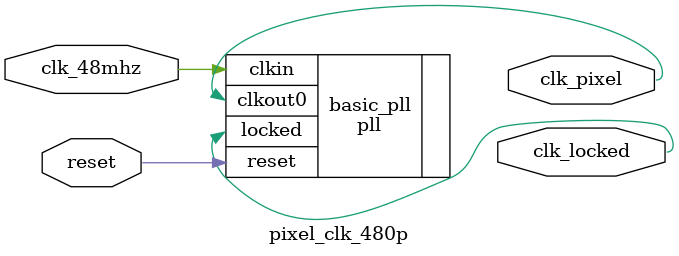
<source format=sv>


module pixel_clk_480p
(
	input  logic clk_48mhz,
	input  logic reset, 
	output logic clk_pixel,
	output logic clk_locked		// PLL locked
);

pll basic_pll (
    .clkin(clk_48mhz),
	.reset(reset),
    .clkout0(clk_pixel),
    .locked(clk_locked)
);

endmodule

</source>
